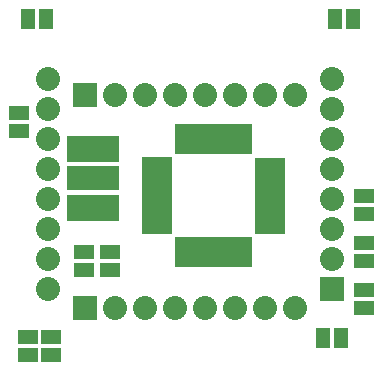
<source format=gts>
G04 (created by PCBNEW-RS274X (2011-05-25)-stable) date Mon 01 Oct 2012 10:51:08 AM PDT*
G01*
G70*
G90*
%MOIN*%
G04 Gerber Fmt 3.4, Leading zero omitted, Abs format*
%FSLAX34Y34*%
G04 APERTURE LIST*
%ADD10C,0.006000*%
%ADD11R,0.045000X0.065000*%
%ADD12R,0.065000X0.045000*%
%ADD13R,0.098700X0.037700*%
%ADD14R,0.037700X0.098700*%
%ADD15C,0.080000*%
%ADD16R,0.080000X0.080000*%
%ADD17R,0.177500X0.079100*%
%ADD18R,0.177500X0.086900*%
G04 APERTURE END LIST*
G54D10*
G54D11*
X50487Y-27559D03*
X51087Y-27559D03*
G54D12*
X41043Y-38784D03*
X41043Y-38184D03*
X40256Y-38784D03*
X40256Y-38184D03*
X43012Y-35930D03*
X43012Y-35330D03*
X51476Y-36609D03*
X51476Y-37209D03*
X39961Y-31304D03*
X39961Y-30704D03*
X51476Y-33460D03*
X51476Y-34060D03*
X51476Y-35035D03*
X51476Y-35635D03*
G54D11*
X40251Y-27559D03*
X40851Y-27559D03*
G54D13*
X44561Y-34558D03*
X44561Y-34243D03*
X44561Y-33928D03*
X44561Y-33613D03*
X44561Y-33298D03*
X44561Y-32983D03*
X44561Y-32668D03*
X44561Y-32353D03*
X48327Y-32355D03*
X48327Y-34565D03*
X48327Y-34245D03*
X48327Y-33925D03*
X48327Y-33615D03*
X48327Y-33295D03*
X48327Y-32985D03*
X48327Y-32665D03*
G54D14*
X45345Y-31565D03*
X45659Y-31565D03*
X45975Y-31565D03*
X46289Y-31565D03*
X46605Y-31565D03*
X46919Y-31565D03*
X47235Y-31565D03*
X47549Y-31565D03*
X45347Y-35345D03*
X45657Y-35345D03*
X45977Y-35345D03*
X46287Y-35345D03*
X46597Y-35345D03*
X46917Y-35345D03*
X47237Y-35345D03*
X47557Y-35345D03*
G54D15*
X40945Y-29569D03*
X40945Y-30569D03*
X40945Y-31569D03*
X40945Y-32569D03*
X40945Y-33569D03*
X40945Y-34569D03*
X40945Y-35569D03*
X40945Y-36569D03*
G54D16*
X50394Y-36569D03*
G54D15*
X50394Y-35569D03*
X50394Y-34569D03*
X50394Y-33569D03*
X50394Y-32569D03*
X50394Y-31569D03*
X50394Y-30569D03*
X50394Y-29569D03*
G54D12*
X42126Y-35330D03*
X42126Y-35930D03*
G54D11*
X50094Y-38189D03*
X50694Y-38189D03*
G54D16*
X42169Y-30118D03*
G54D15*
X43169Y-30118D03*
X44169Y-30118D03*
X45169Y-30118D03*
X46169Y-30118D03*
X47169Y-30118D03*
X48169Y-30118D03*
X49169Y-30118D03*
G54D16*
X42169Y-37205D03*
G54D15*
X43169Y-37205D03*
X44169Y-37205D03*
X45169Y-37205D03*
X46169Y-37205D03*
X47169Y-37205D03*
X48169Y-37205D03*
X49169Y-37205D03*
G54D17*
X42421Y-32874D03*
G54D18*
X42421Y-33858D03*
X42421Y-31890D03*
M02*

</source>
